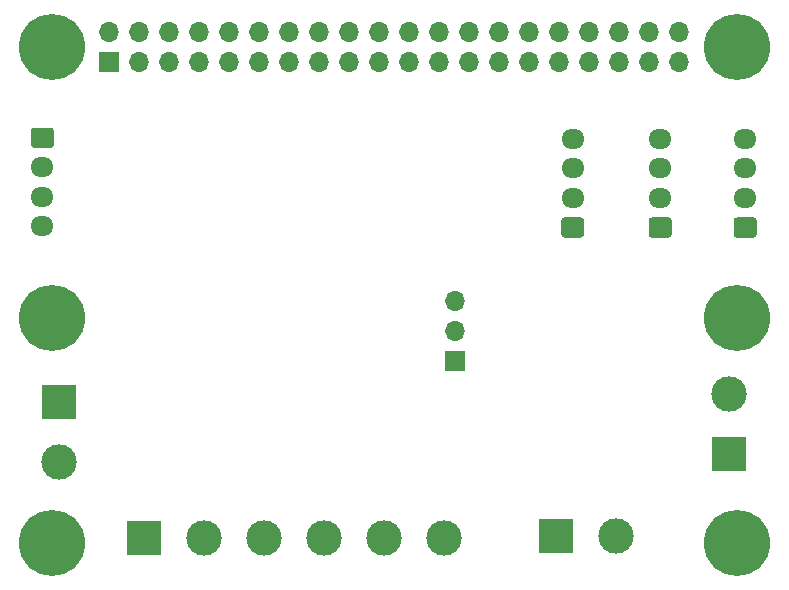
<source format=gbr>
%TF.GenerationSoftware,KiCad,Pcbnew,(5.1.10-1-10_14)*%
%TF.CreationDate,2021-09-17T20:59:11-04:00*%
%TF.ProjectId,KilnHat,4b696c6e-4861-4742-9e6b-696361645f70,rev?*%
%TF.SameCoordinates,Original*%
%TF.FileFunction,Soldermask,Bot*%
%TF.FilePolarity,Negative*%
%FSLAX46Y46*%
G04 Gerber Fmt 4.6, Leading zero omitted, Abs format (unit mm)*
G04 Created by KiCad (PCBNEW (5.1.10-1-10_14)) date 2021-09-17 20:59:11*
%MOMM*%
%LPD*%
G01*
G04 APERTURE LIST*
%ADD10C,5.600000*%
%ADD11O,1.700000X1.700000*%
%ADD12R,1.700000X1.700000*%
%ADD13O,1.950000X1.700000*%
%ADD14C,3.000000*%
%ADD15R,3.000000X3.000000*%
G04 APERTURE END LIST*
D10*
%TO.C,REF\u002A\u002A*%
X138500000Y-136500000D03*
%TD*%
%TO.C,REF\u002A\u002A*%
X138500000Y-117500000D03*
%TD*%
%TO.C,REF\u002A\u002A*%
X138500000Y-94500000D03*
%TD*%
%TO.C,REF\u002A\u002A*%
X196500000Y-136500000D03*
%TD*%
%TO.C,REF\u002A\u002A*%
X196500000Y-117500000D03*
%TD*%
%TO.C,REF\u002A\u002A*%
X196500000Y-94500000D03*
%TD*%
D11*
%TO.C,J2*%
X191630000Y-93250000D03*
X191630000Y-95790000D03*
X189090000Y-93250000D03*
X189090000Y-95790000D03*
X186550000Y-93250000D03*
X186550000Y-95790000D03*
X184010000Y-93250000D03*
X184010000Y-95790000D03*
X181470000Y-93250000D03*
X181470000Y-95790000D03*
X178930000Y-93250000D03*
X178930000Y-95790000D03*
X176390000Y-93250000D03*
X176390000Y-95790000D03*
X173850000Y-93250000D03*
X173850000Y-95790000D03*
X171310000Y-93250000D03*
X171310000Y-95790000D03*
X168770000Y-93250000D03*
X168770000Y-95790000D03*
X166230000Y-93250000D03*
X166230000Y-95790000D03*
X163690000Y-93250000D03*
X163690000Y-95790000D03*
X161150000Y-93250000D03*
X161150000Y-95790000D03*
X158610000Y-93250000D03*
X158610000Y-95790000D03*
X156070000Y-93250000D03*
X156070000Y-95790000D03*
X153530000Y-93250000D03*
X153530000Y-95790000D03*
X150990000Y-93250000D03*
X150990000Y-95790000D03*
X148450000Y-93250000D03*
X148450000Y-95790000D03*
X145910000Y-93250000D03*
X145910000Y-95790000D03*
X143370000Y-93250000D03*
D12*
X143370000Y-95790000D03*
%TD*%
D13*
%TO.C,J7*%
X190000000Y-102300000D03*
X190000000Y-104800000D03*
X190000000Y-107300000D03*
G36*
G01*
X190725000Y-110650000D02*
X189275000Y-110650000D01*
G75*
G02*
X189025000Y-110400000I0J250000D01*
G01*
X189025000Y-109200000D01*
G75*
G02*
X189275000Y-108950000I250000J0D01*
G01*
X190725000Y-108950000D01*
G75*
G02*
X190975000Y-109200000I0J-250000D01*
G01*
X190975000Y-110400000D01*
G75*
G02*
X190725000Y-110650000I-250000J0D01*
G01*
G37*
%TD*%
D14*
%TO.C,J3*%
X171700000Y-136100000D03*
X166620000Y-136100000D03*
X161540000Y-136100000D03*
D15*
X146300000Y-136100000D03*
D14*
X156460000Y-136100000D03*
X151380000Y-136100000D03*
%TD*%
D11*
%TO.C,JP1*%
X172600000Y-116020000D03*
X172600000Y-118560000D03*
D12*
X172600000Y-121100000D03*
%TD*%
D13*
%TO.C,J9*%
X137700000Y-109700000D03*
X137700000Y-107200000D03*
X137700000Y-104700000D03*
G36*
G01*
X136975000Y-101350000D02*
X138425000Y-101350000D01*
G75*
G02*
X138675000Y-101600000I0J-250000D01*
G01*
X138675000Y-102800000D01*
G75*
G02*
X138425000Y-103050000I-250000J0D01*
G01*
X136975000Y-103050000D01*
G75*
G02*
X136725000Y-102800000I0J250000D01*
G01*
X136725000Y-101600000D01*
G75*
G02*
X136975000Y-101350000I250000J0D01*
G01*
G37*
%TD*%
%TO.C,J8*%
X182600000Y-102300000D03*
X182600000Y-104800000D03*
X182600000Y-107300000D03*
G36*
G01*
X183325000Y-110650000D02*
X181875000Y-110650000D01*
G75*
G02*
X181625000Y-110400000I0J250000D01*
G01*
X181625000Y-109200000D01*
G75*
G02*
X181875000Y-108950000I250000J0D01*
G01*
X183325000Y-108950000D01*
G75*
G02*
X183575000Y-109200000I0J-250000D01*
G01*
X183575000Y-110400000D01*
G75*
G02*
X183325000Y-110650000I-250000J0D01*
G01*
G37*
%TD*%
%TO.C,J6*%
X197200000Y-102300000D03*
X197200000Y-104800000D03*
X197200000Y-107300000D03*
G36*
G01*
X197925000Y-110650000D02*
X196475000Y-110650000D01*
G75*
G02*
X196225000Y-110400000I0J250000D01*
G01*
X196225000Y-109200000D01*
G75*
G02*
X196475000Y-108950000I250000J0D01*
G01*
X197925000Y-108950000D01*
G75*
G02*
X198175000Y-109200000I0J-250000D01*
G01*
X198175000Y-110400000D01*
G75*
G02*
X197925000Y-110650000I-250000J0D01*
G01*
G37*
%TD*%
D14*
%TO.C,J5*%
X195800000Y-123920000D03*
D15*
X195800000Y-129000000D03*
%TD*%
D14*
%TO.C,J4*%
X139100000Y-129680000D03*
D15*
X139100000Y-124600000D03*
%TD*%
D14*
%TO.C,J1*%
X186280000Y-135900000D03*
D15*
X181200000Y-135900000D03*
%TD*%
M02*

</source>
